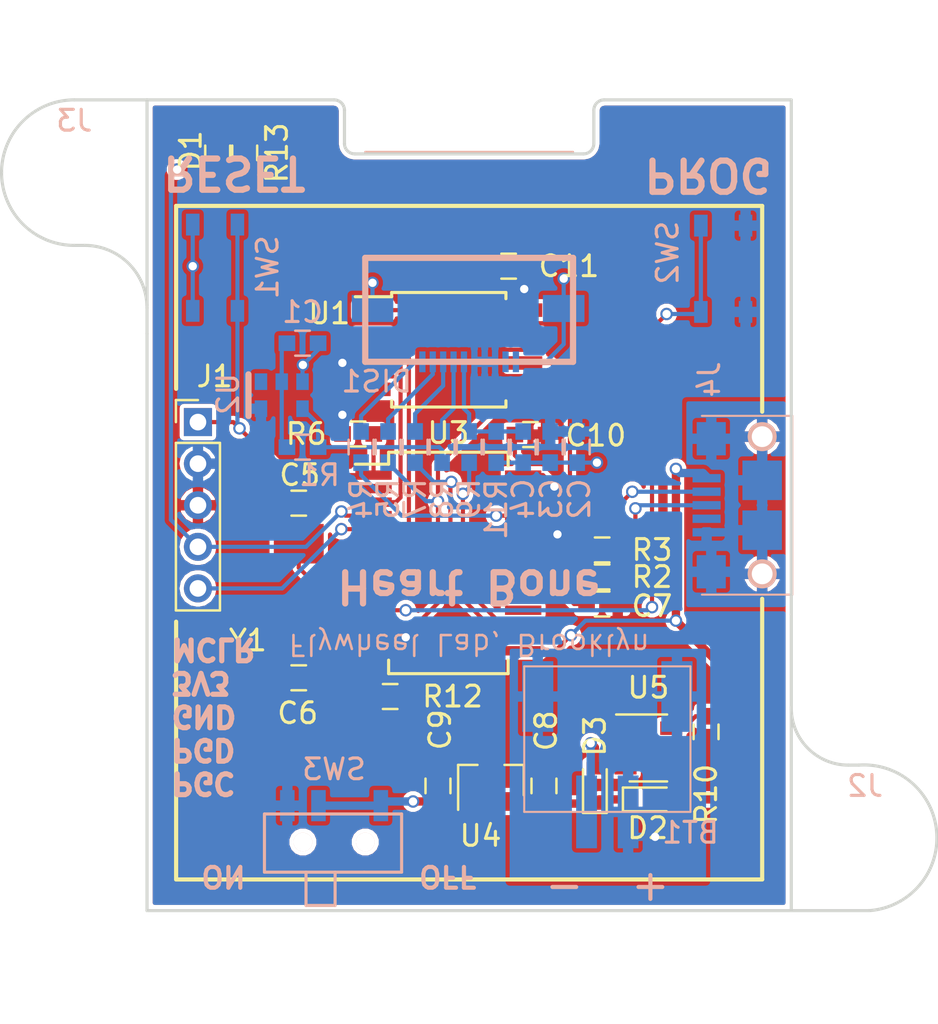
<source format=kicad_pcb>
(kicad_pcb (version 20171130) (host pcbnew "(5.0.1-3-g963ef8bb5)")
  (layers (0 F.Cu signal) (31 B.Cu signal) (34 B.Paste user) (35 F.Paste user) (36 B.SilkS user) (37 F.SilkS user) (38 B.Mask user) (39 F.Mask user) (44 Edge.Cuts user))
  (net 0 "")
  (net 1 "Net-(C1-Pad2)")
  (net 2 GND)
  (net 3 +3V3)
  (net 4 "Net-(C4-Pad1)")
  (net 5 "Net-(C5-Pad1)")
  (net 6 "Net-(C6-Pad1)")
  (net 7 "Net-(C7-Pad1)")
  (net 8 "Net-(DIS1-Pad3)")
  (net 9 /V_USB)
  (net 10 /MCLR)
  (net 11 /PROG)
  (net 12 /EXTCOMIN)
  (net 13 /D-)
  (net 14 /D+)
  (net 15 /SCLK)
  (net 16 /MOSI)
  (net 17 /LCD_SS)
  (net 18 /DISP)
  (net 19 /EE_SS)
  (net 20 /MISO)
  (net 21 "Net-(U2-Pad1)")
  (net 22 "Net-(U3-Pad14)")
  (net 23 "Net-(U3-Pad18)")
  (net 24 "Net-(U3-Pad24)")
  (net 25 /PGD)
  (net 26 /PGC)
  (net 27 "Net-(D1-Pad1)")
  (net 28 "Net-(U3-Pad2)")
  (net 29 "Net-(U3-Pad26)")
  (net 30 "Net-(BT1-Pad1)")
  (net 31 "Net-(C8-Pad1)")
  (net 32 "Net-(C9-Pad2)")
  (net 33 "Net-(DIS1-Pad1)")
  (net 34 "Net-(DIS1-Pad2)")
  (net 35 "Net-(DIS1-Pad4)")
  (net 36 "Net-(J2-Pad1)")
  (net 37 "Net-(J3-Pad1)")
  (net 38 "Net-(J4-Pad2)")
  (net 39 "Net-(J4-Pad4)")
  (net 40 "Net-(J4-Pad3)")
  (net 41 "Net-(R10-Pad1)")
  (net 42 "Net-(U3-Pad7)")
  (net 43 /STAT)
  (module Capacitors_SMD:C_0603 (layer F.Cu) (at 164.9 81.3 270)
    (fp_text reference D1 (at -0.1 1.3 270) (layer F.SilkS))
    (fp_text value LED)
    (pad 2 smd rect (at 0.75 0 270) (size 0.8 0.75) (layers F.Cu F.Paste F.Mask) (net 25 /PGD))
    (pad 1 smd rect (at -0.75 0 270) (size 0.8 0.75) (layers F.Cu F.Paste F.Mask) (net 27 "Net-(D1-Pad1)"))
  )
  (module Capacitors_SMD:C_0603 (layer F.Cu) (at 166.2 81.3 90)
    (fp_text reference R13 (at 0 1.55 90) (layer F.SilkS))
    (fp_text value 220R)
    (pad 2 smd rect (at 0.75 0 90) (size 0.8 0.75) (layers F.Cu F.Paste F.Mask) (net 27 "Net-(D1-Pad1)"))
    (pad 1 smd rect (at -0.75 0 90) (size 0.8 0.75) (layers F.Cu F.Paste F.Mask) (net 2 GND))
  )
  (module Housings_SSOP:SSOP-28_5.3x10.2mm_Pitch0.65mm (layer F.Cu) (at 176 101.025)
    (fp_text reference U3 (at 0 -6.25) (layer F.SilkS))
    (fp_text value PIC32MX250F128B-I/SS)
    (pad 1 smd rect (at -3.6 -4.225) (size 1.75 0.45) (layers F.Cu F.Paste F.Mask) (net 10 /MCLR))
    (pad 2 smd rect (at -3.6 -3.575) (size 1.75 0.45) (layers F.Cu F.Paste F.Mask) (net 28 "Net-(U3-Pad2)"))
    (pad 3 smd rect (at -3.6 -2.925) (size 1.75 0.45) (layers F.Cu F.Paste F.Mask) (net 20 /MISO))
    (pad 4 smd rect (at -3.6 -2.275) (size 1.75 0.45) (layers F.Cu F.Paste F.Mask) (net 25 /PGD))
    (pad 5 smd rect (at -3.6 -1.625) (size 1.75 0.45) (layers F.Cu F.Paste F.Mask) (net 26 /PGC))
    (pad 6 smd rect (at -3.6 -0.975) (size 1.75 0.45) (layers F.Cu F.Paste F.Mask) (net 19 /EE_SS))
    (pad 7 smd rect (at -3.6 -0.325) (size 1.75 0.45) (layers F.Cu F.Paste F.Mask) (net 42 "Net-(U3-Pad7)"))
    (pad 8 smd rect (at -3.6 0.325) (size 1.75 0.45) (layers F.Cu F.Paste F.Mask) (net 2 GND))
    (pad 9 smd rect (at -3.6 0.975) (size 1.75 0.45) (layers F.Cu F.Paste F.Mask) (net 5 "Net-(C5-Pad1)"))
    (pad 10 smd rect (at -3.6 1.625) (size 1.75 0.45) (layers F.Cu F.Paste F.Mask) (net 6 "Net-(C6-Pad1)"))
    (pad 11 smd rect (at -3.6 2.275) (size 1.75 0.45) (layers F.Cu F.Paste F.Mask) (net 11 /PROG))
    (pad 12 smd rect (at -3.6 2.925) (size 1.75 0.45) (layers F.Cu F.Paste F.Mask) (net 16 /MOSI))
    (pad 13 smd rect (at -3.6 3.575) (size 1.75 0.45) (layers F.Cu F.Paste F.Mask) (net 3 +3V3))
    (pad 14 smd rect (at -3.6 4.225) (size 1.75 0.45) (layers F.Cu F.Paste F.Mask) (net 22 "Net-(U3-Pad14)"))
    (pad 15 smd rect (at 3.6 4.225) (size 1.75 0.45) (layers F.Cu F.Paste F.Mask) (net 9 /V_USB))
    (pad 16 smd rect (at 3.6 3.575) (size 1.75 0.45) (layers F.Cu F.Paste F.Mask) (net 17 /LCD_SS))
    (pad 17 smd rect (at 3.6 2.925) (size 1.75 0.45) (layers F.Cu F.Paste F.Mask) (net 18 /DISP))
    (pad 18 smd rect (at 3.6 2.275) (size 1.75 0.45) (layers F.Cu F.Paste F.Mask) (net 23 "Net-(U3-Pad18)"))
    (pad 19 smd rect (at 3.6 1.625) (size 1.75 0.45) (layers F.Cu F.Paste F.Mask) (net 2 GND))
    (pad 20 smd rect (at 3.6 0.975) (size 1.75 0.45) (layers F.Cu F.Paste F.Mask) (net 7 "Net-(C7-Pad1)"))
    (pad 21 smd rect (at 3.6 0.325) (size 1.75 0.45) (layers F.Cu F.Paste F.Mask) (net 14 /D+))
    (pad 22 smd rect (at 3.6 -0.325) (size 1.75 0.45) (layers F.Cu F.Paste F.Mask) (net 13 /D-))
    (pad 23 smd rect (at 3.6 -0.975) (size 1.75 0.45) (layers F.Cu F.Paste F.Mask) (net 3 +3V3))
    (pad 24 smd rect (at 3.6 -1.625) (size 1.75 0.45) (layers F.Cu F.Paste F.Mask) (net 24 "Net-(U3-Pad24)"))
    (pad 25 smd rect (at 3.6 -2.275) (size 1.75 0.45) (layers F.Cu F.Paste F.Mask) (net 15 /SCLK))
    (pad 26 smd rect (at 3.6 -2.925) (size 1.75 0.45) (layers F.Cu F.Paste F.Mask) (net 29 "Net-(U3-Pad26)"))
    (pad 27 smd rect (at 3.6 -3.575) (size 1.75 0.45) (layers F.Cu F.Paste F.Mask) (net 2 GND))
    (pad 28 smd rect (at 3.6 -4.225) (size 1.75 0.45) (layers F.Cu F.Paste F.Mask) (net 3 +3V3))
  )
  (module Solutions:MOLEX_505110-1092 (layer B.Cu) (at 177 91.35)
    (fp_text reference DIS1 (at -4.45 0.95) (layer B.SilkS) (effects (justify mirror)))
    (fp_text value SharpMem_LCD_96x96)
    (pad 12 smd rect (at 4.55 -2.565) (size 2 1.3) (layers B.Cu B.Paste B.Mask) (net 2 GND))
    (pad 11 smd rect (at -4.65 -2.565) (size 2 1.3) (layers B.Cu B.Paste B.Mask) (net 2 GND))
    (pad 10 smd rect (at 2.25 0) (size 0.3 1) (layers B.Cu B.Paste B.Mask) (net 2 GND))
    (pad 9 smd rect (at 1.75 0) (size 0.3 1) (layers B.Cu B.Paste B.Mask) (net 2 GND))
    (pad 8 smd rect (at 1.25 0) (size 0.3 1) (layers B.Cu B.Paste B.Mask) (net 3 +3V3))
    (pad 7 smd rect (at 0.75 0) (size 0.3 1) (layers B.Cu B.Paste B.Mask) (net 3 +3V3))
    (pad 6 smd rect (at 0.25 0) (size 0.3 1) (layers B.Cu B.Paste B.Mask) (net 3 +3V3))
    (pad 5 smd rect (at -0.25 0) (size 0.3 1) (layers B.Cu B.Paste B.Mask) (net 4 "Net-(C4-Pad1)"))
    (pad 4 smd rect (at -0.75 0) (size 0.3 1) (layers B.Cu B.Paste B.Mask) (net 35 "Net-(DIS1-Pad4)"))
    (pad 3 smd rect (at -1.25 0) (size 0.3 1) (layers B.Cu B.Paste B.Mask) (net 8 "Net-(DIS1-Pad3)"))
    (pad 2 smd rect (at -1.75 0) (size 0.3 1) (layers B.Cu B.Paste B.Mask) (net 34 "Net-(DIS1-Pad2)"))
    (pad 1 smd rect (at -2.25 0) (size 0.3 1) (layers B.Cu B.Paste B.Mask) (net 33 "Net-(DIS1-Pad1)"))
  )
  (module Capacitors_SMD:C_0603 (layer B.Cu) (at 168.981884 90.455395 180)
    (fp_text reference C1 (at 0 1.5 180) (layer B.SilkS) (effects (justify mirror)))
    (fp_text value 1uF)
    (pad 2 smd rect (at 0.75 0 180) (size 0.8 0.75) (layers B.Cu B.Paste B.Mask) (net 1 "Net-(C1-Pad2)"))
    (pad 1 smd rect (at -0.75 0 180) (size 0.8 0.75) (layers B.Cu B.Paste B.Mask) (net 2 GND))
  )
  (module Capacitors_SMD:C_0603 (layer B.Cu) (at 182.2 95.45 270)
    (fp_text reference C2 (at 2.5 -0.1 270) (layer B.SilkS) (effects (justify mirror)))
    (fp_text value 1uF)
    (pad 2 smd rect (at 0.75 0 270) (size 0.8 0.75) (layers B.Cu B.Paste B.Mask) (net 2 GND))
    (pad 1 smd rect (at -0.75 0 270) (size 0.8 0.75) (layers B.Cu B.Paste B.Mask) (net 3 +3V3))
  )
  (module Capacitors_SMD:C_0603 (layer B.Cu) (at 180.9 95.45 270)
    (fp_text reference C3 (at 2.5 -0.05 270) (layer B.SilkS) (effects (justify mirror)))
    (fp_text value 10uF)
    (pad 2 smd rect (at 0.75 0 270) (size 0.8 0.75) (layers B.Cu B.Paste B.Mask) (net 2 GND))
    (pad 1 smd rect (at -0.75 0 270) (size 0.8 0.75) (layers B.Cu B.Paste B.Mask) (net 3 +3V3))
  )
  (module Capacitors_SMD:C_0603 (layer B.Cu) (at 179.6 95.45 270)
    (fp_text reference C4 (at 2.5 0 270) (layer B.SilkS) (effects (justify mirror)))
    (fp_text value 0.1uF)
    (pad 2 smd rect (at 0.75 0 270) (size 0.8 0.75) (layers B.Cu B.Paste B.Mask) (net 2 GND))
    (pad 1 smd rect (at -0.75 0 270) (size 0.8 0.75) (layers B.Cu B.Paste B.Mask) (net 4 "Net-(C4-Pad1)"))
  )
  (module Capacitors_SMD:C_0603 (layer F.Cu) (at 168.8 98.15 180)
    (fp_text reference C5 (at -0.05 1.35 180) (layer F.SilkS))
    (fp_text value 18pF)
    (pad 2 smd rect (at 0.75 0 180) (size 0.8 0.75) (layers F.Cu F.Paste F.Mask) (net 2 GND))
    (pad 1 smd rect (at -0.75 0 180) (size 0.8 0.75) (layers F.Cu F.Paste F.Mask) (net 5 "Net-(C5-Pad1)"))
  )
  (module Capacitors_SMD:C_0603 (layer F.Cu) (at 168.8 106.55 180)
    (fp_text reference C6 (at 0.05 -1.7 180) (layer F.SilkS))
    (fp_text value 18pF)
    (pad 2 smd rect (at 0.75 0 180) (size 0.8 0.75) (layers F.Cu F.Paste F.Mask) (net 2 GND))
    (pad 1 smd rect (at -0.75 0 180) (size 0.8 0.75) (layers F.Cu F.Paste F.Mask) (net 6 "Net-(C6-Pad1)"))
  )
  (module Capacitors_SMD:C_0603 (layer F.Cu) (at 183.4 103)
    (fp_text reference C7 (at 2.4 0.1) (layer F.SilkS))
    (fp_text value 10uF)
    (pad 2 smd rect (at 0.75 0) (size 0.8 0.75) (layers F.Cu F.Paste F.Mask) (net 2 GND))
    (pad 1 smd rect (at -0.75 0) (size 0.8 0.75) (layers F.Cu F.Paste F.Mask) (net 7 "Net-(C7-Pad1)"))
  )
  (module Capacitors_SMD:C_0603 (layer B.Cu) (at 168.981884 95.455396)
    (fp_text reference R1 (at 0.818116 1.344604) (layer B.SilkS) (effects (justify mirror)))
    (fp_text value 470K)
    (pad 2 smd rect (at 0.75 0) (size 0.8 0.75) (layers B.Cu B.Paste B.Mask) (net 12 /EXTCOMIN))
    (pad 1 smd rect (at -0.75 0) (size 0.8 0.75) (layers B.Cu B.Paste B.Mask) (net 1 "Net-(C1-Pad2)"))
  )
  (module Capacitors_SMD:C_0603 (layer F.Cu) (at 183.4 101.7)
    (fp_text reference R2 (at 2.4 0) (layer F.SilkS))
    (fp_text value 22)
    (pad 2 smd rect (at 0.75 0) (size 0.8 0.75) (layers F.Cu F.Paste F.Mask) (net 40 "Net-(J4-Pad3)"))
    (pad 1 smd rect (at -0.75 0) (size 0.8 0.75) (layers F.Cu F.Paste F.Mask) (net 14 /D+))
  )
  (module Capacitors_SMD:C_0603 (layer F.Cu) (at 183.4 100.4)
    (fp_text reference R3 (at 2.4 0 180) (layer F.SilkS))
    (fp_text value 22)
    (pad 2 smd rect (at 0.75 0) (size 0.8 0.75) (layers F.Cu F.Paste F.Mask) (net 38 "Net-(J4-Pad2)"))
    (pad 1 smd rect (at -0.75 0) (size 0.8 0.75) (layers F.Cu F.Paste F.Mask) (net 13 /D-))
  )
  (module Capacitors_SMD:C_0603 (layer B.Cu) (at 171.8 95.45 270)
    (fp_text reference R4 (at 2.5 0 270) (layer B.SilkS) (effects (justify mirror)))
    (fp_text value 220R)
    (pad 2 smd rect (at 0.75 0 270) (size 0.8 0.75) (layers B.Cu B.Paste B.Mask) (net 15 /SCLK))
    (pad 1 smd rect (at -0.75 0 270) (size 0.8 0.75) (layers B.Cu B.Paste B.Mask) (net 33 "Net-(DIS1-Pad1)"))
  )
  (module Capacitors_SMD:C_0603 (layer B.Cu) (at 173.1 95.45 270)
    (fp_text reference R5 (at 2.5 0 270) (layer B.SilkS) (effects (justify mirror)))
    (fp_text value 220R)
    (pad 2 smd rect (at 0.75 0 270) (size 0.8 0.75) (layers B.Cu B.Paste B.Mask) (net 16 /MOSI))
    (pad 1 smd rect (at -0.75 0 270) (size 0.8 0.75) (layers B.Cu B.Paste B.Mask) (net 34 "Net-(DIS1-Pad2)"))
  )
  (module Capacitors_SMD:C_0603 (layer F.Cu) (at 171.66 94.82 180)
    (fp_text reference R6 (at 2.5 0 180) (layer F.SilkS))
    (fp_text value 10K)
    (pad 2 smd rect (at 0.75 0 180) (size 0.8 0.75) (layers F.Cu F.Paste F.Mask) (net 3 +3V3))
    (pad 1 smd rect (at -0.75 0 180) (size 0.8 0.75) (layers F.Cu F.Paste F.Mask) (net 10 /MCLR))
  )
  (module Capacitors_SMD:C_0603 (layer B.Cu) (at 174.4 95.45 270)
    (fp_text reference R7 (at 2.5 0 270) (layer B.SilkS) (effects (justify mirror)))
    (fp_text value 220R)
    (pad 2 smd rect (at 0.75 0 270) (size 0.8 0.75) (layers B.Cu B.Paste B.Mask) (net 17 /LCD_SS))
    (pad 1 smd rect (at -0.75 0 270) (size 0.8 0.75) (layers B.Cu B.Paste B.Mask) (net 8 "Net-(DIS1-Pad3)"))
  )
  (module Capacitors_SMD:C_0603 (layer B.Cu) (at 175.7 95.45 270)
    (fp_text reference R8 (at 2.5 0 270) (layer B.SilkS) (effects (justify mirror)))
    (fp_text value 220R)
    (pad 2 smd rect (at 0.75 0 270) (size 0.8 0.75) (layers B.Cu B.Paste B.Mask) (net 12 /EXTCOMIN))
    (pad 1 smd rect (at -0.75 0 270) (size 0.8 0.75) (layers B.Cu B.Paste B.Mask) (net 35 "Net-(DIS1-Pad4)"))
  )
  (module Capacitors_SMD:C_0603 (layer B.Cu) (at 177 95.45 270)
    (fp_text reference R9 (at 2.5 0 270) (layer B.SilkS) (effects (justify mirror)))
    (fp_text value 220R)
    (pad 2 smd rect (at 0.75 0 270) (size 0.8 0.75) (layers B.Cu B.Paste B.Mask) (net 18 /DISP))
    (pad 1 smd rect (at -0.75 0 270) (size 0.8 0.75) (layers B.Cu B.Paste B.Mask) (net 4 "Net-(C4-Pad1)"))
  )
  (module Capacitors_SMD:C_0603 (layer F.Cu) (at 188.4 109.15 270)
    (fp_text reference R10 (at 3 0 270) (layer F.SilkS))
    (fp_text value 10K)
    (pad 2 smd rect (at 0.75 0 270) (size 0.8 0.75) (layers F.Cu F.Paste F.Mask) (net 2 GND))
    (pad 1 smd rect (at -0.75 0 270) (size 0.8 0.75) (layers F.Cu F.Paste F.Mask) (net 41 "Net-(R10-Pad1)"))
  )
  (module Capacitors_SMD:C_0603 (layer B.Cu) (at 178.3 95.45 90)
    (fp_text reference R11 (at -3 0 90) (layer B.SilkS) (effects (justify mirror)))
    (fp_text value 10K)
    (pad 2 smd rect (at 0.75 0 90) (size 0.8 0.75) (layers B.Cu B.Paste B.Mask) (net 4 "Net-(C4-Pad1)"))
    (pad 1 smd rect (at -0.75 0 90) (size 0.8 0.75) (layers B.Cu B.Paste B.Mask) (net 2 GND))
  )
  (module Capacitors_SMD:C_0603 (layer F.Cu) (at 173.2 107.45)
    (fp_text reference R12 (at 3 0) (layer F.SilkS))
    (fp_text value 10K)
    (pad 2 smd rect (at 0.75 0) (size 0.8 0.75) (layers F.Cu F.Paste F.Mask) (net 2 GND))
    (pad 1 smd rect (at -0.75 0) (size 0.8 0.75) (layers F.Cu F.Paste F.Mask) (net 11 /PROG))
  )
  (module Solutions:PTS810 (layer B.Cu) (at 164.4 85.95 270)
    (fp_text reference SW1 (at 0.85 -2.9 270) (layer B.SilkS) (effects (justify mirror)))
    (fp_text value PTS810_SJK_250_SMTR_LFS)
    (pad 1 smd rect (at -1.2 0.7 270) (size 1.05 0.65) (layers B.Cu B.Paste B.Mask) (net 2 GND))
    (pad 2 smd rect (at 2.95 0.7 270) (size 1.05 0.65) (layers B.Cu B.Paste B.Mask) (net 2 GND))
    (pad 3 smd rect (at -1.2 -1.45 270) (size 1.05 0.65) (layers B.Cu B.Paste B.Mask) (net 10 /MCLR))
    (pad 4 smd rect (at 2.95 -1.45 270) (size 1.05 0.65) (layers B.Cu B.Paste B.Mask) (net 10 /MCLR))
  )
  (module Solutions:PTS810 (layer B.Cu) (at 189.6 87.75 90)
    (fp_text reference SW2 (at 1.65 -3.05 90) (layer B.SilkS) (effects (justify mirror)))
    (fp_text value PTS810_SJK_250_SMTR_LFS)
    (pad 1 smd rect (at -1.2 0.7 90) (size 1.05 0.65) (layers B.Cu B.Paste B.Mask) (net 3 +3V3))
    (pad 2 smd rect (at 2.95 0.7 90) (size 1.05 0.65) (layers B.Cu B.Paste B.Mask) (net 3 +3V3))
    (pad 3 smd rect (at -1.2 -1.45 90) (size 1.05 0.65) (layers B.Cu B.Paste B.Mask) (net 11 /PROG))
    (pad 4 smd rect (at 2.95 -1.45 90) (size 1.05 0.65) (layers B.Cu B.Paste B.Mask) (net 11 /PROG))
  )
  (module Housings_SOIC:SOIJ-8_5.3x5.3mm_Pitch1.27mm (layer F.Cu) (at 176.02 90.77)
    (fp_text reference U1 (at -5.75 -1.75) (layer F.SilkS))
    (fp_text value 25LC1024T-I/SM)
    (pad 1 smd rect (at -3.65 -1.905) (size 1.7 0.65) (layers F.Cu F.Paste F.Mask) (net 19 /EE_SS))
    (pad 2 smd rect (at -3.65 -0.635) (size 1.7 0.65) (layers F.Cu F.Paste F.Mask) (net 20 /MISO))
    (pad 3 smd rect (at -3.65 0.635) (size 1.7 0.65) (layers F.Cu F.Paste F.Mask) (net 3 +3V3))
    (pad 4 smd rect (at -3.65 1.905) (size 1.7 0.65) (layers F.Cu F.Paste F.Mask) (net 2 GND))
    (pad 5 smd rect (at 3.65 1.905) (size 1.7 0.65) (layers F.Cu F.Paste F.Mask) (net 16 /MOSI))
    (pad 6 smd rect (at 3.65 0.635) (size 1.7 0.65) (layers F.Cu F.Paste F.Mask) (net 15 /SCLK))
    (pad 7 smd rect (at 3.65 -0.635) (size 1.7 0.65) (layers F.Cu F.Paste F.Mask) (net 3 +3V3))
    (pad 8 smd rect (at 3.65 -1.905) (size 1.7 0.65) (layers F.Cu F.Paste F.Mask) (net 3 +3V3))
  )
  (module Solutions:SSOP-5-0.65_PITCH (layer B.Cu) (at 167.981886 92.955396 270)
    (fp_text reference U2 (at -0.055396 2.581886 270) (layer B.SilkS) (effects (justify mirror)))
    (fp_text value Schmitt_Inverter_Single)
    (pad 1 smd rect (at -0.65 1 270) (size 0.8 0.6) (layers B.Cu B.Paste B.Mask) (net 21 "Net-(U2-Pad1)"))
    (pad 2 smd rect (at -0.65 0 270) (size 0.8 0.6) (layers B.Cu B.Paste B.Mask) (net 1 "Net-(C1-Pad2)"))
    (pad 3 smd rect (at -0.65 -1 270) (size 0.8 0.6) (layers B.Cu B.Paste B.Mask) (net 2 GND))
    (pad 4 smd rect (at 0.65 -1 270) (size 0.8 0.6) (layers B.Cu B.Paste B.Mask) (net 12 /EXTCOMIN))
    (pad 5 smd rect (at 0.65 1 270) (size 0.8 0.6) (layers B.Cu B.Paste B.Mask) (net 3 +3V3))
  )
  (module Pin_Headers:Pin_Header_Straight_1x05_Pitch2.00mm (layer F.Cu) (at 163.95 94.25)
    (fp_text reference J1 (at 0.8 -2.2 180) (layer F.SilkS))
    (fp_text value CONN_01X05)
    (pad 1 thru_hole rect (at 0 0) (size 1.35 1.35) (drill 0.8) (layers *.Cu *.Mask) (net 10 /MCLR))
    (pad 2 thru_hole oval (at 0 2) (size 1.35 1.35) (drill 0.8) (layers *.Cu *.Mask) (net 3 +3V3))
    (pad 3 thru_hole oval (at 0 4) (size 1.35 1.35) (drill 0.8) (layers *.Cu *.Mask) (net 2 GND))
    (pad 4 thru_hole oval (at 0 6) (size 1.35 1.35) (drill 0.8) (layers *.Cu *.Mask) (net 25 /PGD))
    (pad 5 thru_hole oval (at 0 8) (size 1.35 1.35) (drill 0.8) (layers *.Cu *.Mask) (net 26 /PGC))
  )
  (module Solutions:ECS-080-18-23G-JGN-TR_8MHz_60x35 (layer F.Cu) (at 168.8 102.35 270)
    (fp_text reference Y1 (at 2.4 2.45) (layer F.SilkS))
    (fp_text value ECS-080-18-23G-JGN-TR)
    (pad 1 smd rect (at -2.25 0 270) (size 1.9 2.4) (layers F.Cu F.Paste F.Mask) (net 5 "Net-(C5-Pad1)"))
    (pad 2 smd rect (at 2.25 0 270) (size 1.9 2.4) (layers F.Cu F.Paste F.Mask) (net 6 "Net-(C6-Pad1)"))
  )
  (module Solutions:4UCON-0217-20519 (layer B.Cu) (at 183.65 113)
    (fp_text reference BT1 (at 4 1) (layer B.SilkS) (effects (justify mirror)))
    (fp_text value Battery_Cell)
    (fp_text user "+  -" (at 0 3.5) (layer B.SilkS) (effects (font (size 1.5 1.5) (thickness 0.2)) (justify mirror)))
    (pad 1 smd rect (at -1 0) (size 1 3.5) (layers B.Cu B.Paste B.Mask) (net 30 "Net-(BT1-Pad1)"))
    (pad 2 smd rect (at 1 0) (size 1 3.5) (layers B.Cu B.Paste B.Mask) (net 2 GND))
    (pad 3 smd rect (at -3.35 -5.55) (size 1.5 3.4) (layers B.Cu B.Paste B.Mask) (net 2 GND))
    (pad 4 smd rect (at 3.35 -5.55) (size 1.5 3.4) (layers B.Cu B.Paste B.Mask) (net 2 GND))
  )
  (module Capacitors_SMD:C_0603 (layer F.Cu) (at 180.6 111.75 90)
    (fp_text reference C8 (at 2.65 0.1 90) (layer F.SilkS))
    (fp_text value 1uF)
    (pad 2 smd rect (at 0.75 0 90) (size 0.8 0.75) (layers F.Cu F.Paste F.Mask) (net 2 GND))
    (pad 1 smd rect (at -0.75 0 90) (size 0.8 0.75) (layers F.Cu F.Paste F.Mask) (net 31 "Net-(C8-Pad1)"))
  )
  (module Capacitors_SMD:C_0603 (layer F.Cu) (at 175.5 111.75 270)
    (fp_text reference C9 (at -2.7 -0.1 270) (layer F.SilkS))
    (fp_text value 1uF)
    (pad 1 smd rect (at -0.75 0 270) (size 0.8 0.75) (layers F.Cu F.Paste F.Mask) (net 2 GND))
    (pad 2 smd rect (at 0.75 0 270) (size 0.8 0.75) (layers F.Cu F.Paste F.Mask) (net 32 "Net-(C9-Pad2)"))
  )
  (module Diodes_SMD:D_0603 (layer F.Cu) (at 185.7 112.4)
    (fp_text reference D2 (at -0.11 1.38) (layer F.SilkS))
    (fp_text value DIODE)
    (pad 2 smd rect (at 0.85 0) (size 0.6 0.8) (layers F.Cu F.Paste F.Mask) (net 9 /V_USB))
    (pad 1 smd rect (at -0.85 0) (size 0.6 0.8) (layers F.Cu F.Paste F.Mask) (net 31 "Net-(C8-Pad1)"))
  )
  (module Diodes_SMD:D_0603 (layer F.Cu) (at 183.05 111.75 90)
    (fp_text reference D3 (at 2.4 0 90) (layer F.SilkS))
    (fp_text value DIODE)
    (pad 1 smd rect (at -0.85 0 90) (size 0.6 0.8) (layers F.Cu F.Paste F.Mask) (net 31 "Net-(C8-Pad1)"))
    (pad 2 smd rect (at 0.85 0 90) (size 0.6 0.8) (layers F.Cu F.Paste F.Mask) (net 30 "Net-(BT1-Pad1)"))
  )
  (module Mounting_Holes:MountingHole_3.2mm_M3 (layer F.Cu) (at 196 114.25)
    (fp_text reference J2 (at 0.05 -2.5) (layer B.SilkS) (effects (justify mirror)))
    (fp_text value CONN_01X01)
    (pad 1 np_thru_hole circle (at 0 0) (size 3.2 3.2) (drill 3.2) (layers *.Cu *.Mask) (net 36 "Net-(J2-Pad1)"))
  )
  (module Mounting_Holes:MountingHole_3.2mm_M3 (layer F.Cu) (at 158 82.25)
    (fp_text reference J3 (at 0 -2.5) (layer B.SilkS) (effects (justify mirror)))
    (fp_text value CONN_01X01)
    (pad 1 np_thru_hole circle (at 0 0) (size 3.2 3.2) (drill 3.2) (layers *.Cu *.Mask) (net 37 "Net-(J3-Pad1)"))
  )
  (module Solutions:10118193_microUSB (layer B.Cu) (at 191.1 98.25 270)
    (fp_text reference J4 (at -6.05 2.55 270) (layer B.SilkS) (effects (justify mirror)))
    (fp_text value USB_B_Micro)
    (pad 10 thru_hole oval (at -3.3 0 270) (size 1.4 1.4) (drill 1) (layers *.Cu *.Mask B.SilkS) (net 2 GND))
    (pad 9 smd rect (at 1.2 0 270) (size 1.9 1.9) (layers B.Cu B.Paste B.Mask) (net 2 GND))
    (pad 7 smd rect (at 3.2 2.45 270) (size 1.6 1.4) (layers B.Cu B.Paste B.Mask) (net 2 GND))
    (pad 1 smd rect (at -1.3 2.675 270) (size 0.4 1.35) (layers B.Cu B.Paste B.Mask) (net 9 /V_USB))
    (pad 2 smd rect (at -0.65 2.675 270) (size 0.4 1.35) (layers B.Cu B.Paste B.Mask) (net 38 "Net-(J4-Pad2)"))
    (pad 5 smd rect (at 1.3 2.675 270) (size 0.4 1.35) (layers B.Cu B.Paste B.Mask) (net 2 GND))
    (pad 4 smd rect (at 0.65 2.675 270) (size 0.4 1.35) (layers B.Cu B.Paste B.Mask) (net 39 "Net-(J4-Pad4)"))
    (pad 3 smd rect (at 0 2.675 270) (size 0.4 1.35) (layers B.Cu B.Paste B.Mask) (net 40 "Net-(J4-Pad3)"))
    (pad 6 smd rect (at -3.2 2.45 270) (size 1.6 1.4) (layers B.Cu B.Paste B.Mask) (net 2 GND))
    (pad 8 smd rect (at -1.2 0 270) (size 1.9 1.9) (layers B.Cu B.Paste B.Mask) (net 2 GND))
    (pad 11 thru_hole oval (at 3.3 0 270) (size 1.4 1.4) (drill 1) (layers *.Cu *.Mask B.SilkS) (net 2 GND))
  )
  (module TO_SOT_Packages_SMD:SOT-23 (layer F.Cu) (at 178.05 111.5 90)
    (fp_text reference U4 (at -2.65 -0.5 180) (layer F.SilkS))
    (fp_text value TLV76033DBZR)
    (pad 3 smd rect (at 1 0 90) (size 0.9 0.8) (layers F.Cu F.Paste F.Mask) (net 2 GND))
    (pad 2 smd rect (at -1 0.95 90) (size 0.9 0.8) (layers F.Cu F.Paste F.Mask) (net 31 "Net-(C8-Pad1)"))
    (pad 1 smd rect (at -1 -0.95 90) (size 0.9 0.8) (layers F.Cu F.Paste F.Mask) (net 32 "Net-(C9-Pad2)"))
  )
  (module TO_SOT_Packages_SMD:SOT-23-5 (layer F.Cu) (at 185.625001 109.925001)
    (fp_text reference U5 (at 0 -2.9) (layer F.SilkS))
    (fp_text value MCP73831-2-OT)
    (pad 5 smd rect (at 1.1 -0.95) (size 1.06 0.65) (layers F.Cu F.Paste F.Mask) (net 41 "Net-(R10-Pad1)"))
    (pad 4 smd rect (at 1.1 0.95) (size 1.06 0.65) (layers F.Cu F.Paste F.Mask) (net 9 /V_USB))
    (pad 3 smd rect (at -1.1 0.95) (size 1.06 0.65) (layers F.Cu F.Paste F.Mask) (net 30 "Net-(BT1-Pad1)"))
    (pad 2 smd rect (at -1.1 0) (size 1.06 0.65) (layers F.Cu F.Paste F.Mask) (net 2 GND))
    (pad 1 smd rect (at -1.1 -0.95) (size 1.06 0.65) (layers F.Cu F.Paste F.Mask) (net 43 /STAT))
  )
  (module Capacitors_SMD:C_0603 (layer F.Cu) (at 179.95 94.85)
    (fp_text reference C10 (at 3.15 0.05) (layer F.SilkS))
    (fp_text value 0.1uF)
    (pad 2 smd rect (at 0.75 0) (size 0.8 0.75) (layers F.Cu F.Paste F.Mask) (net 2 GND))
    (pad 1 smd rect (at -0.75 0) (size 0.8 0.75) (layers F.Cu F.Paste F.Mask) (net 3 +3V3))
  )
  (module Capacitors_SMD:C_0603 (layer F.Cu) (at 178.9 86.75 180)
    (fp_text reference C11 (at -2.9 0 180) (layer F.SilkS))
    (fp_text value 0.1uF)
    (pad 1 smd rect (at -0.75 0 180) (size 0.8 0.75) (layers F.Cu F.Paste F.Mask) (net 3 +3V3))
    (pad 2 smd rect (at 0.75 0 180) (size 0.8 0.75) (layers F.Cu F.Paste F.Mask) (net 2 GND))
  )
  (module Solutions:SSSS810701_ALPS_SPDT (layer B.Cu) (at 170.5 114.45 90)
    (fp_text reference SW3 (at 3.5 0 180) (layer B.SilkS) (effects (justify mirror)))
    (fp_text value SW_SPDT)
    (pad "" np_thru_hole circle (at 0 -1.5 90) (size 0.9 0.9) (drill 0.9) (layers *.Cu *.Mask B.SilkS))
    (pad 3 smd rect (at 1.75 -2.25 90) (size 1.5 0.7) (layers B.Cu B.Paste B.Mask) (net 3 +3V3))
    (pad 2 smd rect (at 1.75 -0.75 90) (size 1.5 0.7) (layers B.Cu B.Paste B.Mask) (net 32 "Net-(C9-Pad2)"))
    (pad 1 smd rect (at 1.75 2.25 90) (size 1.5 0.7) (layers B.Cu B.Paste B.Mask) (net 32 "Net-(C9-Pad2)"))
    (pad "" np_thru_hole circle (at 0 1.5 90) (size 0.9 0.9) (drill 0.9) (layers *.Cu *.Mask B.SilkS))
  )
  (gr_text "ON           OFF" (at 170.75 116.1 180) (layer B.SilkS) (effects (font (size 1 1) (thickness 0.2)) (justify mirror)))
  (gr_text "PGC\nPGD\nGND\n3V3\nMCLR" (at 162.55 108.4 180) (layer B.SilkS) (effects (font (size 1 1) (thickness 0.25)) (justify left mirror)))
  (gr_line (start 192.5 117.75) (end 192.5 107.95) (layer Edge.Cuts) (width 0.15))
  (gr_line (start 161.5 78.75) (end 161.5 88.65) (layer Edge.Cuts) (width 0.15))
  (gr_text PROG (at 188.5 82.35 180) (layer B.SilkS) (effects (font (size 1.5 1.5) (thickness 0.3)) (justify mirror)))
  (gr_text RESET (at 165.7 82.25 180) (layer B.SilkS) (effects (font (size 1.5 1.5) (thickness 0.3)) (justify mirror)))
  (gr_line (start 191.1 116.25) (end 191.1 102.75) (layer F.SilkS) (width 0.2))
  (gr_line (start 162.9 116.25) (end 191.1 116.25) (layer F.SilkS) (width 0.2))
  (gr_line (start 162.9 103.85) (end 162.9 116.25) (layer F.SilkS) (width 0.2))
  (gr_line (start 191.1 83.85) (end 191.1 93.75) (layer F.SilkS) (width 0.2))
  (gr_line (start 162.9 83.85) (end 191.1 83.85) (layer F.SilkS) (width 0.2))
  (gr_line (start 162.9 92.65) (end 162.9 83.85) (layer F.SilkS) (width 0.2))
  (gr_line (start 183.5 78.75) (end 192.5 78.75) (layer Edge.Cuts) (width 0.15))
  (gr_line (start 170.5 78.75) (end 161.5 78.75) (layer Edge.Cuts) (width 0.15))
  (gr_line (start 171 80.85) (end 171 79.25) (layer Edge.Cuts) (width 0.15))
  (gr_line (start 183 80.85) (end 183 79.25) (layer Edge.Cuts) (width 0.15))
  (gr_line (start 171.5 81.35) (end 182.5 81.35) (layer Edge.Cuts) (width 0.15))
  (gr_arc (start 182.5 80.85) (end 182.5 81.35) (angle -90) (layer Edge.Cuts) (width 0.15))
  (gr_arc (start 183.5 79.25) (end 183.5 78.75) (angle -90) (layer Edge.Cuts) (width 0.15))
  (gr_arc (start 171.5 80.85) (end 171 80.85) (angle -90) (layer Edge.Cuts) (width 0.15))
  (gr_arc (start 170.5 79.25) (end 171 79.25) (angle -90) (layer Edge.Cuts) (width 0.15))
  (gr_text "Heart Bone" (at 177 102.15 180) (layer B.SilkS) (effects (font (size 1.5 1.5) (thickness 0.3)) (justify mirror)))
  (gr_text "Flywheel Lab, Brooklyn" (at 177 104.95 180) (layer B.SilkS) (effects (font (size 1 1) (thickness 0.125)) (justify mirror)))
  (gr_line (start 161.5 88.75) (end 161.5 90) (angle 90) (layer Edge.Cuts) (width 0.15))
  (gr_line (start 158 85.75) (end 158.5 85.75) (angle 90) (layer Edge.Cuts) (width 0.15))
  (gr_arc (start 158.5 88.75) (end 158.5 85.75) (angle 90) (layer Edge.Cuts) (width 0.15))
  (gr_line (start 161.5 117.75) (end 161.5 90) (angle 90) (layer Edge.Cuts) (width 0.15))
  (gr_arc (start 158 82.25) (end 158 85.75) (angle 90) (layer Edge.Cuts) (width 0.15))
  (gr_line (start 158 78.75) (end 161.5 78.75) (angle 90) (layer Edge.Cuts) (width 0.15))
  (gr_arc (start 158 82.25) (end 154.5 82.25) (angle 90) (layer Edge.Cuts) (width 0.15))
  (gr_line (start 196.25 117.75) (end 192.5 117.75) (angle 90) (layer Edge.Cuts) (width 0.15))
  (gr_line (start 195.25 110.75) (end 195.75 110.75) (angle 90) (layer Edge.Cuts) (width 0.15))
  (gr_line (start 192.5 103.5) (end 192.5 107.95) (angle 90) (layer Edge.Cuts) (width 0.15))
  (gr_arc (start 195.25 108) (end 195.25 110.75) (angle 90) (layer Edge.Cuts) (width 0.15))
  (gr_arc (start 196 114.25) (end 195.75 110.75) (angle 90) (layer Edge.Cuts) (width 0.15))
  (gr_arc (start 196 114.25) (end 199.5 114) (angle 90) (layer Edge.Cuts) (width 0.15))
  (gr_line (start 192.5 103.5) (end 192.5 78.75) (angle 90) (layer Edge.Cuts) (width 0.15))
  (gr_line (start 192.5 117.75) (end 161.5 117.75) (angle 90) (layer Edge.Cuts) (width 0.15))
  (segment (start 168.231885 90.455395) (end 167.981886 90.705395) (width 0.2) (layer B.Cu) (net 1))
  (segment (start 167.981886 90.705395) (end 167.981884 92.305397) (width 0.2) (layer B.Cu) (net 1))
  (segment (start 168.231885 95.455396) (end 167.981883 95.205395) (width 0.2) (layer B.Cu) (net 1))
  (segment (start 167.981883 95.205395) (end 167.981884 92.305397) (width 0.2) (layer B.Cu) (net 1))
  (via (at 185.95 114.2) (size 0.6) (drill 0.4) (layers F.Cu B.Cu) (net 2))
  (segment (start 184.75 114.2) (end 185.95 114.2) (width 0.4) (layer B.Cu) (net 2))
  (segment (start 184.65 114.1) (end 184.75 114.2) (width 0.4) (layer B.Cu) (net 2))
  (segment (start 184.65 113) (end 184.65 114.1) (width 0.4) (layer B.Cu) (net 2))
  (via (at 163.7 86.75) (size 0.6) (drill 0.4) (layers F.Cu B.Cu) (net 2))
  (segment (start 163.7 88.9) (end 163.7 86.75) (width 0.2) (layer B.Cu) (net 2))
  (segment (start 163.7 84.75) (end 163.7 86.75) (width 0.2) (layer B.Cu) (net 2))
  (via (at 169 91.5) (size 0.6) (drill 0.4) (layers F.Cu B.Cu) (net 2))
  (segment (start 168.981886 91.518114) (end 169 91.5) (width 0.2) (layer B.Cu) (net 2))
  (segment (start 168.981886 92.305396) (end 168.981886 91.518114) (width 0.2) (layer B.Cu) (net 2))
  (segment (start 169.731884 90.768116) (end 169 91.5) (width 0.2) (layer B.Cu) (net 2))
  (segment (start 169.731884 90.455395) (end 169.731884 90.768116) (width 0.2) (layer B.Cu) (net 2))
  (via (at 172.35 87.55) (size 0.6) (drill 0.4) (layers F.Cu B.Cu) (net 2))
  (segment (start 172.35 88.785) (end 172.35 87.55) (width 0.2) (layer B.Cu) (net 2))
  (via (at 181.55 87.35) (size 0.6) (drill 0.4) (layers F.Cu B.Cu) (net 2))
  (segment (start 181.55 88.785) (end 181.55 87.35) (width 0.2) (layer B.Cu) (net 2))
  (segment (start 178.3 96.2) (end 179.6 96.2) (width 0.2) (layer B.Cu) (net 2))
  (segment (start 179.6 96.2) (end 180.9 96.2) (width 0.2) (layer B.Cu) (net 2))
  (segment (start 182.2 96.2) (end 180.9 96.2) (width 0.2) (layer B.Cu) (net 2))
  (via (at 183.15 96.2) (size 0.6) (drill 0.4) (layers F.Cu B.Cu) (net 2))
  (segment (start 182.2 96.2) (end 183.15 96.2) (width 0.2) (layer B.Cu) (net 2))
  (segment (start 178.75 91.35) (end 179.25 91.35) (width 0.2) (layer B.Cu) (net 2))
  (segment (start 179.25 91.35) (end 180.7 91.35) (width 0.2) (layer B.Cu) (net 2))
  (segment (start 181.55 90.5) (end 181.55 88.785) (width 0.2) (layer B.Cu) (net 2))
  (segment (start 180.7 91.35) (end 181.55 90.5) (width 0.2) (layer B.Cu) (net 2))
  (via (at 170.9 91.4) (size 0.6) (drill 0.4) (layers F.Cu B.Cu) (net 3))
  (segment (start 170.905 91.405) (end 170.9 91.4) (width 0.2) (layer F.Cu) (net 3))
  (segment (start 172.37 91.405) (end 170.905 91.405) (width 0.2) (layer F.Cu) (net 3))
  (via (at 170.9 93.9) (size 0.6) (drill 0.4) (layers F.Cu B.Cu) (net 3))
  (segment (start 170.91 93.91) (end 170.9 93.9) (width 0.2) (layer F.Cu) (net 3))
  (segment (start 170.91 94.82) (end 170.91 93.91) (width 0.2) (layer F.Cu) (net 3))
  (segment (start 179.67 90.135) (end 179.67 88.865) (width 0.2) (layer F.Cu) (net 3))
  (segment (start 179.65 88.845) (end 179.67 88.865) (width 0.2) (layer F.Cu) (net 3))
  (segment (start 179.65 86.75) (end 179.65 87.85) (width 0.2) (layer F.Cu) (net 3))
  (segment (start 179.65 87.85) (end 179.65 88.845) (width 0.2) (layer F.Cu) (net 3))
  (via (at 179.65 87.85) (size 0.6) (drill 0.4) (layers F.Cu B.Cu) (net 3))
  (segment (start 179.2 95.85) (end 179.6 96.25) (width 0.2) (layer F.Cu) (net 3))
  (segment (start 179.6 96.25) (end 179.6 96.8) (width 0.2) (layer F.Cu) (net 3))
  (segment (start 179.2 94.85) (end 179.2 95.85) (width 0.2) (layer F.Cu) (net 3))
  (via (at 181.1 97.35) (size 0.6) (drill 0.4) (layers F.Cu B.Cu) (net 3))
  (segment (start 180.55 96.8) (end 181.1 97.35) (width 0.2) (layer F.Cu) (net 3))
  (segment (start 179.6 96.8) (end 180.55 96.8) (width 0.2) (layer F.Cu) (net 3))
  (via (at 181.25 99.65) (size 0.6) (drill 0.4) (layers F.Cu B.Cu) (net 3))
  (segment (start 180.85 100.05) (end 181.25 99.65) (width 0.2) (layer F.Cu) (net 3))
  (segment (start 179.6 100.05) (end 180.85 100.05) (width 0.2) (layer F.Cu) (net 3))
  (via (at 173.95 104.6) (size 0.6) (drill 0.4) (layers F.Cu B.Cu) (net 3))
  (segment (start 172.4 104.6) (end 173.95 104.6) (width 0.2) (layer F.Cu) (net 3))
  (segment (start 176.75 91.35) (end 176.75 93.6) (width 0.2) (layer B.Cu) (net 4))
  (segment (start 177 93.85) (end 177 94.7) (width 0.2) (layer B.Cu) (net 4))
  (segment (start 176.75 93.6) (end 177 93.85) (width 0.2) (layer B.Cu) (net 4))
  (segment (start 177 94.7) (end 178.3 94.7) (width 0.2) (layer B.Cu) (net 4))
  (segment (start 179.6 94.7) (end 178.3 94.7) (width 0.2) (layer B.Cu) (net 4))
  (segment (start 168.8 101.25) (end 168.8 100.1) (width 0.2) (layer F.Cu) (net 5))
  (segment (start 169.55 102) (end 168.8 101.25) (width 0.2) (layer F.Cu) (net 5))
  (segment (start 172.4 102) (end 169.55 102) (width 0.2) (layer F.Cu) (net 5))
  (segment (start 169.55 99.35) (end 168.8 100.1) (width 0.2) (layer F.Cu) (net 5))
  (segment (start 169.55 98.15) (end 169.55 99.35) (width 0.2) (layer F.Cu) (net 5))
  (segment (start 168.8 103.45) (end 168.8 104.6) (width 0.2) (layer F.Cu) (net 6))
  (segment (start 169.6 102.65) (end 168.8 103.45) (width 0.2) (layer F.Cu) (net 6))
  (segment (start 172.4 102.65) (end 169.6 102.65) (width 0.2) (layer F.Cu) (net 6))
  (segment (start 169.55 105.35) (end 168.8 104.6) (width 0.2) (layer F.Cu) (net 6))
  (segment (start 169.55 106.55) (end 169.55 105.35) (width 0.2) (layer F.Cu) (net 6))
  (segment (start 182.05 103) (end 182.65 103) (width 0.2) (layer F.Cu) (net 7))
  (segment (start 181.05 102) (end 182.05 103) (width 0.2) (layer F.Cu) (net 7))
  (segment (start 179.6 102) (end 181.05 102) (width 0.2) (layer F.Cu) (net 7))
  (segment (start 174.4 93.85) (end 174.4 94.7) (width 0.2) (layer B.Cu) (net 8))
  (segment (start 175.75 92.5) (end 174.4 93.85) (width 0.2) (layer B.Cu) (net 8))
  (segment (start 175.75 91.35) (end 175.75 92.5) (width 0.2) (layer B.Cu) (net 8))
  (segment (start 188.425 96.95) (end 188.425 96.875) (width 0.2) (layer B.Cu) (net 9))
  (segment (start 188.425 96.875) (end 188.25 96.7) (width 0.4) (layer B.Cu) (net 9))
  (via (at 186.95 96.5) (size 0.6) (drill 0.4) (layers F.Cu B.Cu) (net 9))
  (segment (start 187.15 96.7) (end 186.95 96.5) (width 0.2) (layer B.Cu) (net 9))
  (segment (start 188.25 96.7) (end 187.15 96.7) (width 0.4) (layer B.Cu) (net 9))
  (segment (start 186.725001 112.224999) (end 186.55 112.4) (width 0.4) (layer F.Cu) (net 9))
  (segment (start 186.725001 110.875001) (end 186.725001 112.224999) (width 0.4) (layer F.Cu) (net 9))
  (segment (start 188.95 112.4) (end 186.55 112.4) (width 0.4) (layer F.Cu) (net 9))
  (segment (start 189.75 111.6) (end 188.95 112.4) (width 0.4) (layer F.Cu) (net 9))
  (segment (start 189.75 106.6) (end 189.75 111.6) (width 0.4) (layer F.Cu) (net 9))
  (segment (start 186.95 103.8) (end 189.75 106.6) (width 0.4) (layer F.Cu) (net 9))
  (segment (start 186.95 96.5) (end 186.95 103.8) (width 0.4) (layer F.Cu) (net 9))
  (via (at 186.95 103.8) (size 0.6) (drill 0.4) (layers F.Cu B.Cu) (net 9))
  (via (at 181.9 104.5) (size 0.6) (drill 0.4) (layers F.Cu B.Cu) (net 9))
  (segment (start 181.600001 104.799999) (end 181.9 104.5) (width 0.2) (layer F.Cu) (net 9))
  (segment (start 182.6 103.8) (end 182.199999 104.200001) (width 0.2) (layer B.Cu) (net 9))
  (segment (start 179.6 105.25) (end 181.15 105.25) (width 0.2) (layer F.Cu) (net 9))
  (segment (start 181.15 105.25) (end 181.600001 104.799999) (width 0.2) (layer F.Cu) (net 9))
  (segment (start 186.95 103.8) (end 182.6 103.8) (width 0.2) (layer B.Cu) (net 9))
  (segment (start 182.199999 104.200001) (end 181.9 104.5) (width 0.2) (layer B.Cu) (net 9))
  (segment (start 172.4 94.83) (end 172.41 94.82) (width 0.2) (layer F.Cu) (net 10))
  (segment (start 172.4 96.8) (end 172.4 94.83) (width 0.2) (layer F.Cu) (net 10))
  (segment (start 165.85 85.475) (end 165.85 88.9) (width 0.2) (layer B.Cu) (net 10))
  (segment (start 165.85 84.75) (end 165.85 85.475) (width 0.2) (layer B.Cu) (net 10))
  (segment (start 166.249999 94.849999) (end 165.95 94.55) (width 0.2) (layer F.Cu) (net 10))
  (segment (start 168.2 96.8) (end 166.249999 94.849999) (width 0.2) (layer F.Cu) (net 10))
  (segment (start 165.85 88.9) (end 165.85 94.45) (width 0.2) (layer B.Cu) (net 10))
  (via (at 165.95 94.55) (size 0.6) (drill 0.4) (layers F.Cu B.Cu) (net 10))
  (segment (start 165.85 94.45) (end 165.95 94.55) (width 0.2) (layer B.Cu) (net 10))
  (segment (start 172.4 96.8) (end 168.2 96.8) (width 0.2) (layer F.Cu) (net 10))
  (segment (start 165.650001 94.250001) (end 165.95 94.55) (width 0.2) (layer F.Cu) (net 10))
  (segment (start 163.95 94.25) (end 165.650001 94.250001) (width 0.2) (layer F.Cu) (net 10))
  (segment (start 171.85 107.45) (end 171.05 106.65) (width 0.2) (layer F.Cu) (net 11))
  (segment (start 172.45 107.45) (end 171.85 107.45) (width 0.2) (layer F.Cu) (net 11))
  (segment (start 171.05 106.65) (end 171.05 103.5) (width 0.2) (layer F.Cu) (net 11))
  (segment (start 171.25 103.3) (end 172.4 103.3) (width 0.2) (layer F.Cu) (net 11))
  (segment (start 171.05 103.5) (end 171.25 103.3) (width 0.2) (layer F.Cu) (net 11))
  (via (at 173.95 103.3) (size 0.6) (drill 0.4) (layers F.Cu B.Cu) (net 11))
  (segment (start 172.4 103.3) (end 173.95 103.3) (width 0.2) (layer F.Cu) (net 11))
  (segment (start 185.65 103.3) (end 185.8 103.15) (width 0.2) (layer B.Cu) (net 11))
  (via (at 185.8 103.15) (size 0.6) (drill 0.4) (layers F.Cu B.Cu) (net 11))
  (segment (start 173.95 103.3) (end 185.65 103.3) (width 0.2) (layer B.Cu) (net 11))
  (via (at 186.5 89.05) (size 0.6) (drill 0.4) (layers F.Cu B.Cu) (net 11))
  (segment (start 188.05 89.05) (end 188.15 88.95) (width 0.2) (layer B.Cu) (net 11))
  (segment (start 186.5 89.05) (end 188.05 89.05) (width 0.2) (layer B.Cu) (net 11))
  (segment (start 185.8 89.75) (end 186.5 89.05) (width 0.2) (layer F.Cu) (net 11))
  (segment (start 185.8 103.15) (end 185.8 89.75) (width 0.2) (layer F.Cu) (net 11))
  (segment (start 188.15 84.8) (end 188.15 88.95) (width 0.2) (layer B.Cu) (net 11))
  (segment (start 169.731884 95.455396) (end 169.731884 94.355396) (width 0.2) (layer B.Cu) (net 12))
  (segment (start 169.731884 94.355396) (end 168.981884 93.605396) (width 0.2) (layer B.Cu) (net 12))
  (segment (start 175.7 95.6) (end 175.55 95.45) (width 0.2) (layer B.Cu) (net 12))
  (segment (start 175.7 96.2) (end 175.7 95.6) (width 0.2) (layer B.Cu) (net 12))
  (segment (start 175.544604 95.455396) (end 175.55 95.45) (width 0.2) (layer B.Cu) (net 12))
  (segment (start 169.731884 95.455396) (end 175.544604 95.455396) (width 0.2) (layer B.Cu) (net 12))
  (segment (start 179.6 100.7) (end 181.1 100.7) (width 0.2) (layer F.Cu) (net 13))
  (segment (start 181.4 100.4) (end 182.65 100.4) (width 0.2) (layer F.Cu) (net 13))
  (segment (start 181.1 100.7) (end 181.4 100.4) (width 0.2) (layer F.Cu) (net 13))
  (segment (start 181.15 101.35) (end 181.5 101.7) (width 0.2) (layer F.Cu) (net 14))
  (segment (start 181.5 101.7) (end 182.65 101.7) (width 0.2) (layer F.Cu) (net 14))
  (segment (start 179.6 101.35) (end 181.15 101.35) (width 0.2) (layer F.Cu) (net 14))
  (segment (start 180.955 91.405) (end 179.67 91.405) (width 0.2) (layer F.Cu) (net 15))
  (segment (start 181.85 97.85) (end 181.85 92.3) (width 0.2) (layer F.Cu) (net 15))
  (segment (start 181.85 92.3) (end 180.955 91.405) (width 0.2) (layer F.Cu) (net 15))
  (segment (start 180.95 98.75) (end 181.85 97.85) (width 0.2) (layer F.Cu) (net 15))
  (segment (start 179.6 98.75) (end 180.95 98.75) (width 0.2) (layer F.Cu) (net 15))
  (segment (start 179.6 98.75) (end 178.300014 98.75) (width 0.2) (layer F.Cu) (net 15))
  (via (at 178.300014 98.75) (size 0.6) (drill 0.4) (layers F.Cu B.Cu) (net 15))
  (segment (start 173.75 98.75) (end 177.87575 98.75) (width 0.2) (layer B.Cu) (net 15))
  (segment (start 171.8 96.2) (end 171.8 96.8) (width 0.2) (layer B.Cu) (net 15))
  (segment (start 171.8 96.8) (end 173.75 98.75) (width 0.2) (layer B.Cu) (net 15))
  (segment (start 177.87575 98.75) (end 178.300014 98.75) (width 0.2) (layer B.Cu) (net 15))
  (segment (start 175.499988 102.950012) (end 175.499988 98.479474) (width 0.2) (layer F.Cu) (net 16))
  (segment (start 175.499988 96.320012) (end 175.499988 97.630946) (width 0.2) (layer F.Cu) (net 16))
  (via (at 175.499988 98.05521) (size 0.6) (drill 0.4) (layers F.Cu B.Cu) (net 16))
  (segment (start 174.93021 98.05521) (end 175.075724 98.05521) (width 0.2) (layer B.Cu) (net 16))
  (segment (start 173.1 96.225) (end 174.93021 98.05521) (width 0.2) (layer B.Cu) (net 16))
  (segment (start 173.1 96.2) (end 173.1 96.225) (width 0.2) (layer B.Cu) (net 16))
  (segment (start 175.499988 97.630946) (end 175.499988 98.05521) (width 0.2) (layer F.Cu) (net 16))
  (segment (start 175.075724 98.05521) (end 175.499988 98.05521) (width 0.2) (layer B.Cu) (net 16))
  (segment (start 172.4 103.95) (end 174.5 103.95) (width 0.2) (layer F.Cu) (net 16))
  (segment (start 174.5 103.95) (end 175.499988 102.950012) (width 0.2) (layer F.Cu) (net 16))
  (segment (start 175.499988 98.479474) (end 175.499988 98.05521) (width 0.2) (layer F.Cu) (net 16))
  (segment (start 179.67 92.675) (end 179.145 92.675) (width 0.2) (layer F.Cu) (net 16))
  (segment (start 179.145 92.675) (end 175.499988 96.320012) (width 0.2) (layer F.Cu) (net 16))
  (segment (start 174.4 96.225) (end 175.301404 97.126404) (width 0.2) (layer B.Cu) (net 17))
  (via (at 176.14232 97.126404) (size 0.6) (drill 0.4) (layers F.Cu B.Cu) (net 17))
  (segment (start 175.301404 97.126404) (end 175.718056 97.126404) (width 0.2) (layer B.Cu) (net 17))
  (segment (start 175.718056 97.126404) (end 176.14232 97.126404) (width 0.2) (layer B.Cu) (net 17))
  (segment (start 174.4 96.2) (end 174.4 96.225) (width 0.2) (layer B.Cu) (net 17))
  (segment (start 178.525 104.6) (end 176.099998 102.174998) (width 0.2) (layer F.Cu) (net 17))
  (segment (start 176.099998 97.168726) (end 176.14232 97.126404) (width 0.2) (layer F.Cu) (net 17))
  (segment (start 176.099998 102.174998) (end 176.099998 97.168726) (width 0.2) (layer F.Cu) (net 17))
  (segment (start 179.6 104.6) (end 178.525 104.6) (width 0.2) (layer F.Cu) (net 17))
  (segment (start 177 96.2) (end 177 97.399998) (width 0.2) (layer B.Cu) (net 18))
  (segment (start 178.525 103.95) (end 176.699998 102.124998) (width 0.2) (layer F.Cu) (net 18))
  (segment (start 176.699998 98.124264) (end 176.699998 97.7) (width 0.2) (layer F.Cu) (net 18))
  (segment (start 176.999997 97.400001) (end 176.699998 97.7) (width 0.2) (layer B.Cu) (net 18))
  (via (at 176.699998 97.7) (size 0.6) (drill 0.4) (layers F.Cu B.Cu) (net 18))
  (segment (start 179.6 103.95) (end 178.525 103.95) (width 0.2) (layer F.Cu) (net 18))
  (segment (start 176.699998 102.124998) (end 176.699998 98.124264) (width 0.2) (layer F.Cu) (net 18))
  (segment (start 177 97.399998) (end 176.999997 97.400001) (width 0.2) (layer B.Cu) (net 18))
  (segment (start 174.1 89.15) (end 173.815 88.865) (width 0.2) (layer F.Cu) (net 19))
  (segment (start 173.815 88.865) (end 172.37 88.865) (width 0.2) (layer F.Cu) (net 19))
  (segment (start 173.475 100.05) (end 174.1 99.425) (width 0.2) (layer F.Cu) (net 19))
  (segment (start 174.1 99.425) (end 174.1 89.15) (width 0.2) (layer F.Cu) (net 19))
  (segment (start 172.4 100.05) (end 173.475 100.05) (width 0.2) (layer F.Cu) (net 19))
  (segment (start 173.485 90.135) (end 172.37 90.135) (width 0.2) (layer F.Cu) (net 20))
  (segment (start 173.7 90.35) (end 173.485 90.135) (width 0.2) (layer F.Cu) (net 20))
  (segment (start 173.475 98.1) (end 173.7 97.875) (width 0.2) (layer F.Cu) (net 20))
  (segment (start 173.7 97.875) (end 173.7 90.35) (width 0.2) (layer F.Cu) (net 20))
  (segment (start 172.4 98.1) (end 173.475 98.1) (width 0.2) (layer F.Cu) (net 20))
  (segment (start 171.05 98.75) (end 170.85 98.55) (width 0.2) (layer F.Cu) (net 25))
  (via (at 170.85 98.55) (size 0.6) (drill 0.4) (layers F.Cu B.Cu) (net 25))
  (segment (start 172.4 98.75) (end 171.05 98.75) (width 0.2) (layer F.Cu) (net 25))
  (segment (start 169.15 100.25) (end 163.95 100.25) (width 0.2) (layer B.Cu) (net 25))
  (segment (start 170.85 98.55) (end 169.15 100.25) (width 0.2) (layer B.Cu) (net 25))
  (via (at 162.95 82.1) (size 0.6) (drill 0.4) (layers F.Cu B.Cu) (net 25))
  (segment (start 164.85 82.1) (end 164.9 82.05) (width 0.2) (layer F.Cu) (net 25))
  (segment (start 162.95 82.1) (end 164.85 82.1) (width 0.2) (layer F.Cu) (net 25))
  (segment (start 162.65 82.4) (end 162.95 82.1) (width 0.2) (layer B.Cu) (net 25))
  (segment (start 162.65 98.95) (end 162.65 82.4) (width 0.2) (layer B.Cu) (net 25))
  (segment (start 163.95 100.25) (end 162.65 98.95) (width 0.2) (layer B.Cu) (net 25))
  (via (at 170.85 99.4) (size 0.6) (drill 0.4) (layers F.Cu B.Cu) (net 26))
  (segment (start 172.4 99.4) (end 170.85 99.4) (width 0.2) (layer F.Cu) (net 26))
  (segment (start 168 102.25) (end 163.95 102.25) (width 0.2) (layer B.Cu) (net 26))
  (segment (start 170.85 99.4) (end 168 102.25) (width 0.2) (layer B.Cu) (net 26))
  (segment (start 164.9 80.55) (end 166.2 80.55) (width 0.2) (layer F.Cu) (net 27))
  (segment (start 183.074999 110.875001) (end 183.05 110.9) (width 0.4) (layer F.Cu) (net 30))
  (segment (start 184.525001 110.875001) (end 183.074999 110.875001) (width 0.4) (layer F.Cu) (net 30))
  (via (at 182.85 109.7) (size 0.6) (drill 0.4) (layers F.Cu B.Cu) (net 30))
  (segment (start 183.05 109.9) (end 182.85 109.7) (width 0.4) (layer F.Cu) (net 30))
  (segment (start 183.05 110.9) (end 183.05 109.9) (width 0.4) (layer F.Cu) (net 30))
  (segment (start 182.85 112.8) (end 182.65 113) (width 0.4) (layer B.Cu) (net 30))
  (segment (start 182.85 109.7) (end 182.85 112.8) (width 0.4) (layer B.Cu) (net 30))
  (segment (start 180.6 112.5) (end 179 112.5) (width 0.4) (layer F.Cu) (net 31))
  (segment (start 180.7 112.6) (end 180.6 112.5) (width 0.4) (layer F.Cu) (net 31))
  (segment (start 183.05 112.6) (end 180.7 112.6) (width 0.4) (layer F.Cu) (net 31))
  (segment (start 183.25 112.4) (end 183.05 112.6) (width 0.4) (layer F.Cu) (net 31))
  (segment (start 184.85 112.4) (end 183.25 112.4) (width 0.4) (layer F.Cu) (net 31))
  (segment (start 177.1 112.5) (end 175.5 112.5) (width 0.4) (layer F.Cu) (net 32))
  (via (at 174.3 112.5) (size 0.6) (drill 0.4) (layers F.Cu B.Cu) (net 32))
  (segment (start 175.5 112.5) (end 174.3 112.5) (width 0.4) (layer F.Cu) (net 32))
  (segment (start 172.95 112.5) (end 172.75 112.7) (width 0.4) (layer B.Cu) (net 32))
  (segment (start 174.3 112.5) (end 172.95 112.5) (width 0.4) (layer B.Cu) (net 32))
  (segment (start 169.75 112.7) (end 172.75 112.7) (width 0.4) (layer B.Cu) (net 32))
  (segment (start 174.4 91.35) (end 171.8 93.95) (width 0.2) (layer B.Cu) (net 33))
  (segment (start 171.8 93.95) (end 171.8 94.7) (width 0.2) (layer B.Cu) (net 33))
  (segment (start 174.75 91.35) (end 174.4 91.35) (width 0.2) (layer B.Cu) (net 33))
  (segment (start 173.1 94.675) (end 173.1 94.7) (width 0.2) (layer B.Cu) (net 34))
  (segment (start 175.25 91.95) (end 173.1 94.1) (width 0.2) (layer B.Cu) (net 34))
  (segment (start 173.1 94.1) (end 173.1 94.675) (width 0.2) (layer B.Cu) (net 34))
  (segment (start 175.25 91.35) (end 175.25 91.95) (width 0.2) (layer B.Cu) (net 34))
  (segment (start 175.7 94.15) (end 175.7 94.7) (width 0.2) (layer B.Cu) (net 35))
  (segment (start 176.25 93.6) (end 175.7 94.15) (width 0.2) (layer B.Cu) (net 35))
  (segment (start 176.25 91.35) (end 176.25 93.6) (width 0.2) (layer B.Cu) (net 35))
  (via (at 184.849994 97.6) (size 0.6) (drill 0.4) (layers F.Cu B.Cu) (net 38))
  (segment (start 184.15 98.299994) (end 184.549995 97.899999) (width 0.2) (layer F.Cu) (net 38))
  (segment (start 188.425 97.6) (end 184.849994 97.6) (width 0.2) (layer B.Cu) (net 38))
  (segment (start 184.15 100.4) (end 184.15 98.299994) (width 0.2) (layer F.Cu) (net 38))
  (segment (start 184.549995 97.899999) (end 184.849994 97.6) (width 0.2) (layer F.Cu) (net 38))
  (via (at 185 98.4) (size 0.6) (drill 0.4) (layers F.Cu B.Cu) (net 40))
  (segment (start 185.15 98.25) (end 185 98.4) (width 0.2) (layer B.Cu) (net 40))
  (segment (start 188.425 98.25) (end 185.15 98.25) (width 0.2) (layer B.Cu) (net 40))
  (segment (start 184.15 101.7) (end 184.175 101.7) (width 0.2) (layer F.Cu) (net 40))
  (segment (start 184.175 101.7) (end 185 100.875) (width 0.2) (layer F.Cu) (net 40))
  (segment (start 185 100.875) (end 185 98.824264) (width 0.2) (layer F.Cu) (net 40))
  (segment (start 185 98.824264) (end 185 98.4) (width 0.2) (layer F.Cu) (net 40))
  (segment (start 187.9 108.4) (end 188.4 108.4) (width 0.2) (layer F.Cu) (net 41))
  (segment (start 187.324999 108.975001) (end 187.9 108.4) (width 0.2) (layer F.Cu) (net 41))
  (segment (start 186.725001 108.975001) (end 187.324999 108.975001) (width 0.2) (layer F.Cu) (net 41))
  (zone (net 2) (net_name GND) (layer F.Cu) (connect_pads (clearance 0.2)) (min_thickness 0.2) (fill yes (arc_segments 16) (thermal_gap 0.2) (thermal_bridge_width 0.5))
    (polygon (pts (xy 161.5 78.75) (xy 192.5 78.75) (xy 192.5 117.75) (xy 161.5 117.75)))
  )
  (zone (net 3) (net_name +3V3) (layer B.Cu) (connect_pads (clearance 0.2)) (min_thickness 0.2) (fill yes (arc_segments 16) (thermal_gap 0.2) (thermal_bridge_width 0.5))
    (polygon (pts (xy 161.5 78.75) (xy 192.5 78.75) (xy 192.5 117.75) (xy 161.5 117.75)))
  )
  (zone (net 2) (net_name GND) (layer B.Cu) (priority 1) (connect_pads (clearance 0.2)) (min_thickness 0.2) (fill yes (arc_segments 16) (thermal_gap 0.2) (thermal_bridge_width 0.5))
    (polygon (pts (xy 192.45 93.25) (xy 187.45 93.25) (xy 187.45 103.15) (xy 192.5 103.15)))
  )
  (zone (net 2) (net_name GND) (layer B.Cu) (priority 1) (connect_pads (clearance 0.2)) (min_thickness 0.2) (fill yes (arc_segments 16) (thermal_gap 0.2) (thermal_bridge_width 0.5))
    (polygon (pts (xy 178.95 105.15) (xy 188.4 105.15) (xy 188.4 116.35) (xy 178.95 116.35)))
  )
)
</source>
